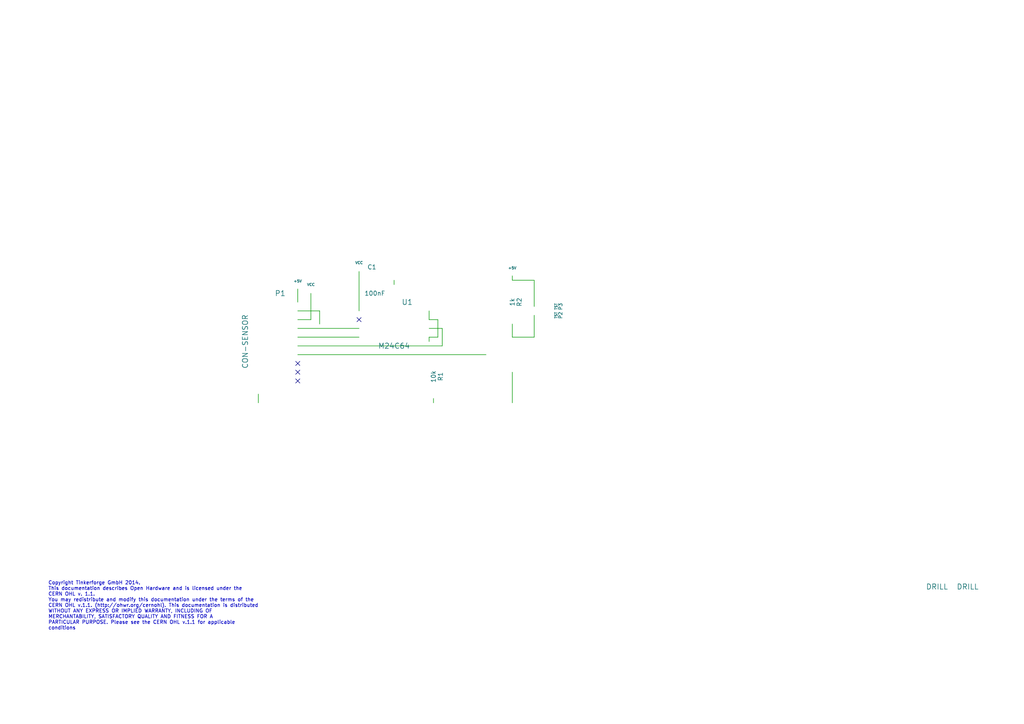
<source format=kicad_sch>
(kicad_sch (version 20230121) (generator eeschema)
  (paper "A4")
  (title_block (title "Solid State Relay Bricklet") (date "23 may 2014") (rev "1.0") (company "Tinkerforge GmbH") (comment 1 "Licensed under CERN OHL v.1.1") (comment 2 "Copyright (©) 2014, B.Nordmeyer <bastian@tinkerforge.com>"))
  (lib_symbols)
  (no_connect (at 86.36 107.95))
  (no_connect (at 86.36 110.49))
  (no_connect (at 86.36 105.41))
  (no_connect (at 104.14 92.71))
  (wire (pts (xy 90.17 92.71) (xy 86.36 92.71)))
  (wire (pts (xy 148.59 81.28) (xy 148.59 80.01)))
  (wire (pts (xy 92.71 90.17) (xy 92.71 93.98)))
  (wire (pts (xy 104.14 78.74) (xy 104.14 90.17)))
  (wire (pts (xy 124.46 92.71) (xy 124.46 90.17)))
  (wire (pts (xy 114.3 81.28) (xy 114.3 82.55)))
  (wire (pts (xy 127 97.79) (xy 124.46 97.79)))
  (wire (pts (xy 104.14 95.25) (xy 86.36 95.25)))
  (wire (pts (xy 90.17 85.09) (xy 90.17 92.71)))
  (wire (pts (xy 74.93 116.84) (xy 74.93 114.3)))
  (wire (pts (xy 127 97.79) (xy 127 92.71)))
  (wire (pts (xy 86.36 102.87) (xy 140.97 102.87)))
  (wire (pts (xy 154.94 97.79) (xy 154.94 91.44)))
  (wire (pts (xy 128.27 95.25) (xy 124.46 95.25)))
  (wire (pts (xy 148.59 97.79) (xy 154.94 97.79)))
  (wire (pts (xy 124.46 97.79) (xy 124.46 99.06)))
  (wire (pts (xy 86.36 100.33) (xy 128.27 100.33)))
  (wire (pts (xy 148.59 107.95) (xy 148.59 116.84)))
  (wire (pts (xy 128.27 100.33) (xy 128.27 95.25)))
  (wire (pts (xy 148.59 93.98) (xy 148.59 97.79)))
  (wire (pts (xy 86.36 87.63) (xy 86.36 83.82)))
  (wire (pts (xy 104.14 97.79) (xy 86.36 97.79)))
  (wire (pts (xy 125.73 116.84) (xy 125.73 115.57)))
  (wire (pts (xy 86.36 90.17) (xy 92.71 90.17)))
  (wire (pts (xy 154.94 88.9) (xy 154.94 81.28)))
  (wire (pts (xy 127 92.71) (xy 124.46 92.71)))
  (wire (pts (xy 154.94 81.28) (xy 148.59 81.28)))
  (text "Copyright Tinkerforge GmbH 2014.\nThis documentation describes Open Hardware and is licensed under the\nCERN OHL v. 1.1.\nYou may redistribute and modify this documentation under the terms of the\nCERN OHL v.1.1. (http://ohwr.org/cernohl). This documentation is distributed\nWITHOUT ANY EXPRESS OR IMPLIED WARRANTY, INCLUDING OF\nMERCHANTABILITY, SATISFACTORY QUALITY AND FITNESS FOR A\nPARTICULAR PURPOSE. Please see the CERN OHL v.1.1 for applicable\nconditions\n" (at 13.97 182.88 0) (effects (font (size 1.016 1.016)) (justify left bottom)))
  (symbol (lib_id "CON-SENSOR") (at 74.93 99.06 0) (mirror y) (unit 1)
    (property "Reference" "P1" (at 81.28 85.09 0) (effects (font (size 1.524 1.524))))
    (property "Value" "CON-SENSOR" (at 71.12 99.06 90) (effects (font (size 1.524 1.524))))
    (property "Footprint" "CON-SENSOR" (effects hide))
  )
  (symbol (lib_id "GND") (at 74.93 116.84 0) (unit 1)
    (property "Reference" "#PWR06" (effects hide))
    (property "Value" "GND" (effects hide))
  )
  (symbol (lib_id "GND") (at 92.71 93.98 0) (unit 1)
    (property "Reference" "#PWR05" (effects hide))
    (property "Value" "GND" (effects hide))
  )
  (symbol (lib_id "VCC") (at 90.17 85.09 0) (unit 1)
    (property "Reference" "#PWR04" (effects hide))
    (property "Value" "VCC" (at 90.17 82.55 0) (effects (font (size 0.762 0.762))))
  )
  (symbol (lib_id "CAT24C") (at 114.3 100.33 0) (mirror y) (unit 1)
    (property "Reference" "U1" (at 118.11 87.63 0) (effects (font (size 1.524 1.524))))
    (property "Value" "M24C64" (at 114.3 100.33 0) (effects (font (size 1.524 1.524))))
    (property "Footprint" "SOIC8" (effects hide))
  )
  (symbol (lib_id "C") (at 109.22 81.28 90) (unit 1)
    (property "Reference" "C1" (at 109.22 77.47 90) (effects (justify left)))
    (property "Value" "100nF" (at 111.76 85.09 90) (effects (justify left)))
    (property "Footprint" "0603" (effects hide))
  )
  (symbol (lib_id "DRILL") (at 280.67 170.18 0) (unit 1)
    (property "Reference" "U3" (effects hide))
    (property "Value" "DRILL" (at 280.67 170.18 0) (effects (font (size 1.524 1.524))))
    (property "Footprint" "DRILL_NP" (effects hide))
  )
  (symbol (lib_id "DRILL") (at 271.78 170.18 0) (unit 1)
    (property "Reference" "U2" (effects hide))
    (property "Value" "DRILL" (at 271.78 170.18 0) (effects (font (size 1.524 1.524))))
    (property "Footprint" "DRILL_NP" (effects hide))
  )
  (symbol (lib_id "GND") (at 124.46 99.06 0) (unit 1)
    (property "Reference" "#PWR03" (effects hide))
    (property "Value" "GND" (effects hide))
  )
  (symbol (lib_id "VCC") (at 104.14 78.74 0) (unit 1)
    (property "Reference" "#PWR02" (effects hide))
    (property "Value" "VCC" (at 104.14 76.2 0) (effects (font (size 0.762 0.762))))
  )
  (symbol (lib_id "GND") (at 114.3 82.55 0) (unit 1)
    (property "Reference" "#PWR01" (effects hide))
    (property "Value" "GND" (effects hide))
  )
  (symbol (lib_id "MOSFET_N") (at 146.05 102.87 0) (unit 1)
    (property "Reference" "Q1" (at 146.304 98.552 0) (effects (font (size 1.524 1.524)) (justify right)))
    (property "Value" "2N7002P" (at 146.304 106.68 0) (effects (font (size 1.524 1.524)) (justify right)))
    (property "Footprint" "SOT23GDS" (effects hide))
  )
  (symbol (lib_id "+5V") (at 86.36 83.82 0) (unit 1)
    (property "Reference" "#PWR07" (effects hide))
    (property "Value" "+5V" (at 86.36 81.534 0) (effects (font (size 0.762 0.762))))
  )
  (symbol (lib_id "GND") (at 148.59 116.84 0) (unit 1)
    (property "Reference" "#PWR08" (effects hide))
    (property "Value" "GND" (effects hide))
  )
  (symbol (lib_id "R") (at 125.73 109.22 0) (unit 1)
    (property "Reference" "R1" (at 127.762 109.22 90))
    (property "Value" "10k" (at 125.73 109.22 90))
    (property "Footprint" "0603" (effects hide))
  )
  (symbol (lib_id "GND") (at 125.73 116.84 0) (unit 1)
    (property "Reference" "#PWR09" (effects hide))
    (property "Value" "GND" (effects hide))
  )
  (symbol (lib_id "+5V") (at 148.59 80.01 0) (unit 1)
    (property "Reference" "#PWR010" (effects hide))
    (property "Value" "+5V" (at 148.59 77.724 0) (effects (font (size 0.762 0.762))))
  )
  (symbol (lib_id "R") (at 148.59 87.63 0) (unit 1)
    (property "Reference" "R2" (at 150.622 87.63 90))
    (property "Value" "1k" (at 148.59 87.63 90))
    (property "Footprint" "0603" (effects hide))
  )
  (symbol (lib_id "TST") (at 154.94 91.44 270) (unit 1)
    (property "Reference" "P2" (at 162.56 91.44 0) (effects (font (size 1.016 1.016))))
    (property "Value" "TST" (at 161.29 91.44 0) (effects (font (size 0.762 0.762))))
    (property "Footprint" "Drill" (effects hide))
  )
  (symbol (lib_id "TST") (at 154.94 88.9 270) (unit 1)
    (property "Reference" "P3" (at 162.56 88.9 0) (effects (font (size 1.016 1.016))))
    (property "Value" "TST" (at 161.29 88.9 0) (effects (font (size 0.762 0.762))))
    (property "Footprint" "Drill" (effects hide))
  )
)
</source>
